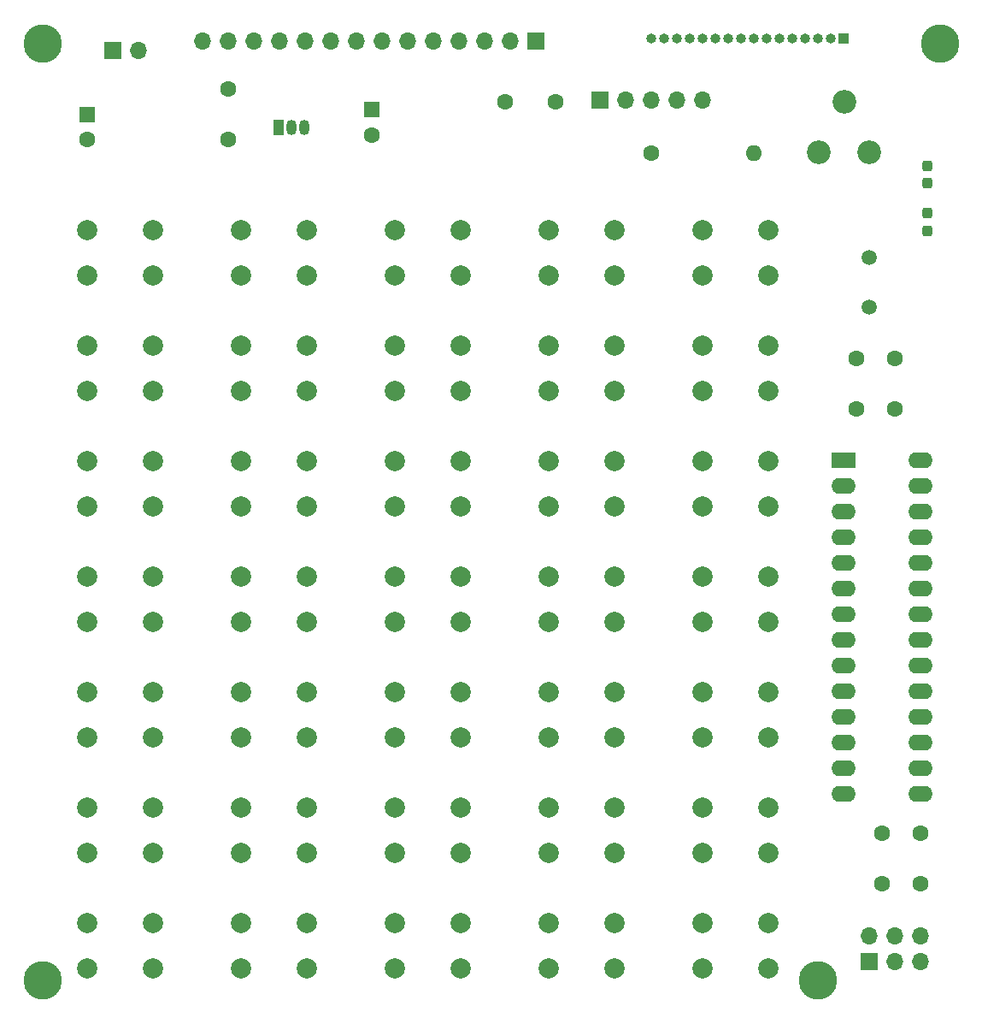
<source format=gbr>
%TF.GenerationSoftware,KiCad,Pcbnew,6.0.11+dfsg-1*%
%TF.CreationDate,2025-02-26T04:55:11-05:00*%
%TF.ProjectId,Terminal_LCD_Keyboard,5465726d-696e-4616-9c5f-4c43445f4b65,rev?*%
%TF.SameCoordinates,Original*%
%TF.FileFunction,Soldermask,Top*%
%TF.FilePolarity,Negative*%
%FSLAX46Y46*%
G04 Gerber Fmt 4.6, Leading zero omitted, Abs format (unit mm)*
G04 Created by KiCad (PCBNEW 6.0.11+dfsg-1) date 2025-02-26 04:55:11*
%MOMM*%
%LPD*%
G01*
G04 APERTURE LIST*
G04 Aperture macros list*
%AMRoundRect*
0 Rectangle with rounded corners*
0 $1 Rounding radius*
0 $2 $3 $4 $5 $6 $7 $8 $9 X,Y pos of 4 corners*
0 Add a 4 corners polygon primitive as box body*
4,1,4,$2,$3,$4,$5,$6,$7,$8,$9,$2,$3,0*
0 Add four circle primitives for the rounded corners*
1,1,$1+$1,$2,$3*
1,1,$1+$1,$4,$5*
1,1,$1+$1,$6,$7*
1,1,$1+$1,$8,$9*
0 Add four rect primitives between the rounded corners*
20,1,$1+$1,$2,$3,$4,$5,0*
20,1,$1+$1,$4,$5,$6,$7,0*
20,1,$1+$1,$6,$7,$8,$9,0*
20,1,$1+$1,$8,$9,$2,$3,0*%
G04 Aperture macros list end*
%ADD10C,3.800000*%
%ADD11C,2.000000*%
%ADD12C,1.600000*%
%ADD13R,1.000000X1.000000*%
%ADD14O,1.000000X1.000000*%
%ADD15C,1.500000*%
%ADD16R,2.400000X1.600000*%
%ADD17O,2.400000X1.600000*%
%ADD18RoundRect,0.237500X0.237500X-0.287500X0.237500X0.287500X-0.237500X0.287500X-0.237500X-0.287500X0*%
%ADD19R,1.700000X1.700000*%
%ADD20O,1.700000X1.700000*%
%ADD21C,2.340000*%
%ADD22O,1.600000X1.600000*%
%ADD23R,1.600000X1.600000*%
%ADD24R,1.050000X1.500000*%
%ADD25O,1.050000X1.500000*%
%ADD26RoundRect,0.237500X-0.237500X0.287500X-0.237500X-0.287500X0.237500X-0.287500X0.237500X0.287500X0*%
G04 APERTURE END LIST*
D10*
%TO.C,H4*%
X105410000Y-117475000D03*
%TD*%
%TO.C,H3*%
X28575000Y-117475000D03*
%TD*%
%TO.C,H2*%
X117475000Y-24765000D03*
%TD*%
%TO.C,H1*%
X28575000Y-24765000D03*
%TD*%
D11*
%TO.C,SW3*%
X70000000Y-111760000D03*
X63500000Y-111760000D03*
X70000000Y-116260000D03*
X63500000Y-116260000D03*
%TD*%
D12*
%TO.C,C7*%
X74375000Y-30480000D03*
X79375000Y-30480000D03*
%TD*%
D11*
%TO.C,SW33*%
X63500000Y-43180000D03*
X70000000Y-43180000D03*
X63500000Y-47680000D03*
X70000000Y-47680000D03*
%TD*%
D13*
%TO.C,DISP2*%
X107950000Y-24257000D03*
D14*
X106680000Y-24257000D03*
X105410000Y-24257000D03*
X104140000Y-24257000D03*
X102870000Y-24257000D03*
X101600000Y-24257000D03*
X100330000Y-24257000D03*
X99060000Y-24257000D03*
X97790000Y-24257000D03*
X96520000Y-24257000D03*
X95250000Y-24257000D03*
X93980000Y-24257000D03*
X92710000Y-24257000D03*
X91440000Y-24257000D03*
X90170000Y-24257000D03*
X88900000Y-24257000D03*
%TD*%
D15*
%TO.C,Y1*%
X110490000Y-50800000D03*
X110490000Y-45920000D03*
%TD*%
D16*
%TO.C,U2*%
X107960000Y-66025000D03*
D17*
X107960000Y-68565000D03*
X107960000Y-71105000D03*
X107960000Y-73645000D03*
X107960000Y-76185000D03*
X107960000Y-78725000D03*
X107960000Y-81265000D03*
X107960000Y-83805000D03*
X107960000Y-86345000D03*
X107960000Y-88885000D03*
X107960000Y-91425000D03*
X107960000Y-93965000D03*
X107960000Y-96505000D03*
X107960000Y-99045000D03*
X115580000Y-99045000D03*
X115580000Y-96505000D03*
X115580000Y-93965000D03*
X115580000Y-91425000D03*
X115580000Y-88885000D03*
X115580000Y-86345000D03*
X115580000Y-83805000D03*
X115580000Y-81265000D03*
X115580000Y-78725000D03*
X115580000Y-76185000D03*
X115580000Y-73645000D03*
X115580000Y-71105000D03*
X115580000Y-68565000D03*
X115580000Y-66025000D03*
%TD*%
D18*
%TO.C,D1*%
X116205000Y-38580000D03*
X116205000Y-36830000D03*
%TD*%
D11*
%TO.C,SW22*%
X48260000Y-66040000D03*
X54760000Y-66040000D03*
X54760000Y-70540000D03*
X48260000Y-70540000D03*
%TD*%
D19*
%TO.C,J2*%
X110505000Y-115575000D03*
D20*
X110505000Y-113035000D03*
X113045000Y-115575000D03*
X113045000Y-113035000D03*
X115585000Y-115575000D03*
X115585000Y-113035000D03*
%TD*%
D11*
%TO.C,SW30*%
X93980000Y-54610000D03*
X100480000Y-54610000D03*
X100480000Y-59110000D03*
X93980000Y-59110000D03*
%TD*%
D19*
%TO.C,DISP1*%
X77470000Y-24511000D03*
D20*
X74930000Y-24511000D03*
X72390000Y-24511000D03*
X69850000Y-24511000D03*
X67310000Y-24511000D03*
X64770000Y-24511000D03*
X62230000Y-24511000D03*
X59690000Y-24511000D03*
X57150000Y-24511000D03*
X54610000Y-24511000D03*
X52070000Y-24511000D03*
X49530000Y-24511000D03*
X46990000Y-24511000D03*
X44450000Y-24511000D03*
%TD*%
D11*
%TO.C,SW12*%
X48260000Y-88900000D03*
X54760000Y-88900000D03*
X54760000Y-93400000D03*
X48260000Y-93400000D03*
%TD*%
%TO.C,SW26*%
X33020000Y-54610000D03*
X39520000Y-54610000D03*
X39520000Y-59110000D03*
X33020000Y-59110000D03*
%TD*%
%TO.C,SW13*%
X70000000Y-88900000D03*
X63500000Y-88900000D03*
X70000000Y-93400000D03*
X63500000Y-93400000D03*
%TD*%
%TO.C,SW20*%
X93980000Y-77470000D03*
X100480000Y-77470000D03*
X93980000Y-81970000D03*
X100480000Y-81970000D03*
%TD*%
%TO.C,SW28*%
X70000000Y-54610000D03*
X63500000Y-54610000D03*
X63500000Y-59110000D03*
X70000000Y-59110000D03*
%TD*%
%TO.C,SW10*%
X93980000Y-100330000D03*
X100480000Y-100330000D03*
X100480000Y-104830000D03*
X93980000Y-104830000D03*
%TD*%
%TO.C,SW16*%
X39520000Y-77470000D03*
X33020000Y-77470000D03*
X33020000Y-81970000D03*
X39520000Y-81970000D03*
%TD*%
%TO.C,SW6*%
X33020000Y-100330000D03*
X39520000Y-100330000D03*
X33020000Y-104830000D03*
X39520000Y-104830000D03*
%TD*%
D12*
%TO.C,C6*%
X113030000Y-55880000D03*
X113030000Y-60880000D03*
%TD*%
D21*
%TO.C,RV1*%
X105475000Y-35520000D03*
X107975000Y-30520000D03*
X110475000Y-35520000D03*
%TD*%
D11*
%TO.C,SW1*%
X33020000Y-111760000D03*
X39520000Y-111760000D03*
X39520000Y-116260000D03*
X33020000Y-116260000D03*
%TD*%
%TO.C,SW19*%
X78740000Y-77470000D03*
X85240000Y-77470000D03*
X78740000Y-81970000D03*
X85240000Y-81970000D03*
%TD*%
%TO.C,SW31*%
X33020000Y-43180000D03*
X39520000Y-43180000D03*
X33020000Y-47680000D03*
X39520000Y-47680000D03*
%TD*%
%TO.C,SW35*%
X100480000Y-43180000D03*
X93980000Y-43180000D03*
X93980000Y-47680000D03*
X100480000Y-47680000D03*
%TD*%
D19*
%TO.C,CON2*%
X83825000Y-30353000D03*
D20*
X86365000Y-30353000D03*
X88905000Y-30353000D03*
X91445000Y-30353000D03*
X93985000Y-30353000D03*
%TD*%
D11*
%TO.C,SW2*%
X48260000Y-111760000D03*
X54760000Y-111760000D03*
X48260000Y-116260000D03*
X54760000Y-116260000D03*
%TD*%
%TO.C,SW27*%
X48260000Y-54610000D03*
X54760000Y-54610000D03*
X48260000Y-59110000D03*
X54760000Y-59110000D03*
%TD*%
D19*
%TO.C,J1*%
X35560000Y-25400000D03*
D20*
X38100000Y-25400000D03*
%TD*%
D11*
%TO.C,SW9*%
X78740000Y-100330000D03*
X85240000Y-100330000D03*
X78740000Y-104830000D03*
X85240000Y-104830000D03*
%TD*%
D12*
%TO.C,R1*%
X88900000Y-35560000D03*
D22*
X99060000Y-35560000D03*
%TD*%
D11*
%TO.C,SW7*%
X54760000Y-100330000D03*
X48260000Y-100330000D03*
X54760000Y-104830000D03*
X48260000Y-104830000D03*
%TD*%
%TO.C,SW23*%
X70000000Y-66040000D03*
X63500000Y-66040000D03*
X70000000Y-70540000D03*
X63500000Y-70540000D03*
%TD*%
%TO.C,SW25*%
X93980000Y-66040000D03*
X100480000Y-66040000D03*
X93980000Y-70540000D03*
X100480000Y-70540000D03*
%TD*%
%TO.C,SW4*%
X85240000Y-111760000D03*
X78740000Y-111760000D03*
X85240000Y-116260000D03*
X78740000Y-116260000D03*
%TD*%
D23*
%TO.C,C2*%
X61147000Y-31312056D03*
D12*
X61147000Y-33812056D03*
%TD*%
D11*
%TO.C,SW24*%
X78740000Y-66040000D03*
X85240000Y-66040000D03*
X85240000Y-70540000D03*
X78740000Y-70540000D03*
%TD*%
%TO.C,SW15*%
X100480000Y-88900000D03*
X93980000Y-88900000D03*
X100480000Y-93400000D03*
X93980000Y-93400000D03*
%TD*%
%TO.C,SW34*%
X85240000Y-43180000D03*
X78740000Y-43180000D03*
X78740000Y-47680000D03*
X85240000Y-47680000D03*
%TD*%
D12*
%TO.C,C5*%
X109220000Y-55920000D03*
X109220000Y-60920000D03*
%TD*%
%TO.C,C4*%
X115570000Y-102870000D03*
X115570000Y-107870000D03*
%TD*%
D11*
%TO.C,SW18*%
X70000000Y-77470000D03*
X63500000Y-77470000D03*
X70000000Y-81970000D03*
X63500000Y-81970000D03*
%TD*%
%TO.C,SW29*%
X78740000Y-54610000D03*
X85240000Y-54610000D03*
X78740000Y-59110000D03*
X85240000Y-59110000D03*
%TD*%
D24*
%TO.C,U1*%
X51987000Y-33066108D03*
D25*
X53257000Y-33066108D03*
X54527000Y-33066108D03*
%TD*%
D26*
%TO.C,R2*%
X116215000Y-41565000D03*
X116215000Y-43315000D03*
%TD*%
D11*
%TO.C,SW5*%
X93980000Y-111760000D03*
X100480000Y-111760000D03*
X93980000Y-116260000D03*
X100480000Y-116260000D03*
%TD*%
%TO.C,SW8*%
X63500000Y-100330000D03*
X70000000Y-100330000D03*
X70000000Y-104830000D03*
X63500000Y-104830000D03*
%TD*%
%TO.C,SW17*%
X48260000Y-77470000D03*
X54760000Y-77470000D03*
X48260000Y-81970000D03*
X54760000Y-81970000D03*
%TD*%
%TO.C,SW21*%
X33020000Y-66040000D03*
X39520000Y-66040000D03*
X39520000Y-70540000D03*
X33020000Y-70540000D03*
%TD*%
%TO.C,SW32*%
X54760000Y-43180000D03*
X48260000Y-43180000D03*
X48260000Y-47680000D03*
X54760000Y-47680000D03*
%TD*%
%TO.C,SW11*%
X33020000Y-88900000D03*
X39520000Y-88900000D03*
X39520000Y-93400000D03*
X33020000Y-93400000D03*
%TD*%
%TO.C,SW14*%
X85240000Y-88900000D03*
X78740000Y-88900000D03*
X85240000Y-93400000D03*
X78740000Y-93400000D03*
%TD*%
D12*
%TO.C,C3*%
X111760000Y-102870000D03*
X111760000Y-107870000D03*
%TD*%
%TO.C,C1*%
X46990000Y-29250000D03*
X46990000Y-34250000D03*
%TD*%
D23*
%TO.C,C8*%
X33020000Y-31750000D03*
D12*
X33020000Y-34250000D03*
%TD*%
M02*

</source>
